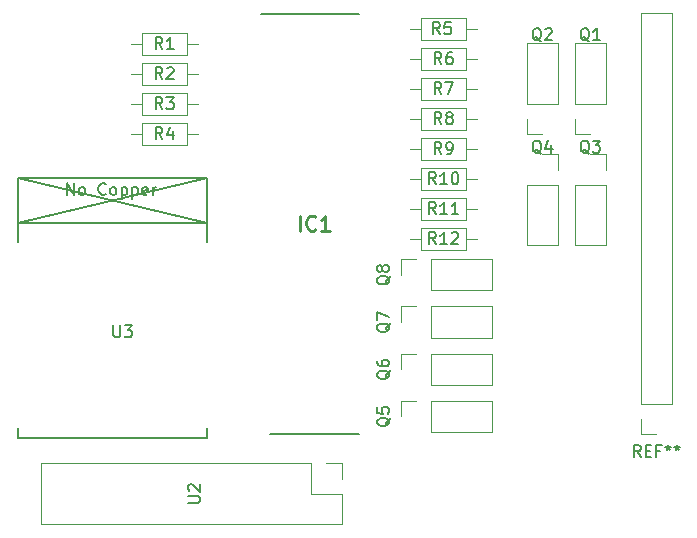
<source format=gbr>
%TF.GenerationSoftware,KiCad,Pcbnew,(5.1.6)-1*%
%TF.CreationDate,2020-12-09T17:23:27+01:00*%
%TF.ProjectId,ESP8266 w altanie,45535038-3236-4362-9077-20616c74616e,3*%
%TF.SameCoordinates,Original*%
%TF.FileFunction,Legend,Top*%
%TF.FilePolarity,Positive*%
%FSLAX46Y46*%
G04 Gerber Fmt 4.6, Leading zero omitted, Abs format (unit mm)*
G04 Created by KiCad (PCBNEW (5.1.6)-1) date 2020-12-09 17:23:27*
%MOMM*%
%LPD*%
G01*
G04 APERTURE LIST*
%ADD10C,0.152400*%
%ADD11C,0.120000*%
%ADD12C,0.200000*%
%ADD13C,0.150000*%
%ADD14C,0.254000*%
G04 APERTURE END LIST*
D10*
%TO.C,U3*%
X20836000Y-42582000D02*
X36836000Y-42582000D01*
X20844000Y-38782000D02*
X36844000Y-42582000D01*
X36844000Y-38782000D02*
X20844000Y-42582000D01*
X36844000Y-60782000D02*
X36844000Y-59982000D01*
X20844000Y-60782000D02*
X36844000Y-60782000D01*
X20844000Y-59982000D02*
X20844000Y-60782000D01*
X20844000Y-38782000D02*
X20844000Y-44182000D01*
X36844000Y-38782000D02*
X36844000Y-44182000D01*
X20844000Y-38782000D02*
X36844000Y-38782000D01*
D11*
%TO.C,U2*%
X48320000Y-62932000D02*
X48320000Y-64262000D01*
X45720000Y-65532000D02*
X48320000Y-65532000D01*
X46990000Y-62932000D02*
X48320000Y-62932000D01*
X48320000Y-65532000D02*
X48320000Y-68132000D01*
X45720000Y-62932000D02*
X22800000Y-62932000D01*
X45720000Y-62932000D02*
X45720000Y-65532000D01*
X48320000Y-68132000D02*
X22800000Y-68132000D01*
X22800000Y-62932000D02*
X22800000Y-68132000D01*
%TO.C,REF\u002A\u002A*%
X74930000Y-60512000D02*
X73600000Y-60512000D01*
X73600000Y-60512000D02*
X73600000Y-59182000D01*
X73600000Y-57912000D02*
X73600000Y-24832000D01*
X76260000Y-24832000D02*
X73600000Y-24832000D01*
X76260000Y-57912000D02*
X76260000Y-24832000D01*
X76260000Y-57912000D02*
X73600000Y-57912000D01*
%TO.C,R1*%
X30404000Y-27432000D02*
X31354000Y-27432000D01*
X36144000Y-27432000D02*
X35194000Y-27432000D01*
X31354000Y-28352000D02*
X35194000Y-28352000D01*
X31354000Y-26512000D02*
X31354000Y-28352000D01*
X35194000Y-26512000D02*
X31354000Y-26512000D01*
X35194000Y-28352000D02*
X35194000Y-26512000D01*
D12*
%TO.C,IC1*%
X41426000Y-24892000D02*
X49720000Y-24892000D01*
X42228000Y-60452000D02*
X49720000Y-60452000D01*
D11*
%TO.C,R4*%
X30404000Y-35052000D02*
X31354000Y-35052000D01*
X36144000Y-35052000D02*
X35194000Y-35052000D01*
X31354000Y-35972000D02*
X35194000Y-35972000D01*
X31354000Y-34132000D02*
X31354000Y-35972000D01*
X35194000Y-34132000D02*
X31354000Y-34132000D01*
X35194000Y-35972000D02*
X35194000Y-34132000D01*
%TO.C,R3*%
X30404000Y-32512000D02*
X31354000Y-32512000D01*
X36144000Y-32512000D02*
X35194000Y-32512000D01*
X31354000Y-33432000D02*
X35194000Y-33432000D01*
X31354000Y-31592000D02*
X31354000Y-33432000D01*
X35194000Y-31592000D02*
X31354000Y-31592000D01*
X35194000Y-33432000D02*
X35194000Y-31592000D01*
%TO.C,R2*%
X30404000Y-29972000D02*
X31354000Y-29972000D01*
X36144000Y-29972000D02*
X35194000Y-29972000D01*
X31354000Y-30892000D02*
X35194000Y-30892000D01*
X31354000Y-29052000D02*
X31354000Y-30892000D01*
X35194000Y-29052000D02*
X31354000Y-29052000D01*
X35194000Y-30892000D02*
X35194000Y-29052000D01*
%TO.C,Q1*%
X69342000Y-36770000D02*
X70672000Y-36770000D01*
X70672000Y-36770000D02*
X70672000Y-38100000D01*
X70672000Y-39370000D02*
X70672000Y-44510000D01*
X68012000Y-44510000D02*
X70672000Y-44510000D01*
X68012000Y-39370000D02*
X68012000Y-44510000D01*
X68012000Y-39370000D02*
X70672000Y-39370000D01*
%TO.C,Q3*%
X69342000Y-35112000D02*
X68012000Y-35112000D01*
X68012000Y-35112000D02*
X68012000Y-33782000D01*
X68012000Y-32512000D02*
X68012000Y-27372000D01*
X70672000Y-27372000D02*
X68012000Y-27372000D01*
X70672000Y-32512000D02*
X70672000Y-27372000D01*
X70672000Y-32512000D02*
X68012000Y-32512000D01*
%TO.C,Q4*%
X65278000Y-35112000D02*
X63948000Y-35112000D01*
X63948000Y-35112000D02*
X63948000Y-33782000D01*
X63948000Y-32512000D02*
X63948000Y-27372000D01*
X66608000Y-27372000D02*
X63948000Y-27372000D01*
X66608000Y-32512000D02*
X66608000Y-27372000D01*
X66608000Y-32512000D02*
X63948000Y-32512000D01*
%TO.C,Q2*%
X65278000Y-36770000D02*
X66608000Y-36770000D01*
X66608000Y-36770000D02*
X66608000Y-38100000D01*
X66608000Y-39370000D02*
X66608000Y-44510000D01*
X63948000Y-44510000D02*
X66608000Y-44510000D01*
X63948000Y-39370000D02*
X63948000Y-44510000D01*
X63948000Y-39370000D02*
X66608000Y-39370000D01*
%TO.C,Q5*%
X53280000Y-58990000D02*
X53280000Y-57660000D01*
X53280000Y-57660000D02*
X54610000Y-57660000D01*
X55880000Y-57660000D02*
X61020000Y-57660000D01*
X61020000Y-60320000D02*
X61020000Y-57660000D01*
X55880000Y-60320000D02*
X61020000Y-60320000D01*
X55880000Y-60320000D02*
X55880000Y-57660000D01*
%TO.C,Q6*%
X53280000Y-54990000D02*
X53280000Y-53660000D01*
X53280000Y-53660000D02*
X54610000Y-53660000D01*
X55880000Y-53660000D02*
X61020000Y-53660000D01*
X61020000Y-56320000D02*
X61020000Y-53660000D01*
X55880000Y-56320000D02*
X61020000Y-56320000D01*
X55880000Y-56320000D02*
X55880000Y-53660000D01*
%TO.C,Q7*%
X53280000Y-50990000D02*
X53280000Y-49660000D01*
X53280000Y-49660000D02*
X54610000Y-49660000D01*
X55880000Y-49660000D02*
X61020000Y-49660000D01*
X61020000Y-52320000D02*
X61020000Y-49660000D01*
X55880000Y-52320000D02*
X61020000Y-52320000D01*
X55880000Y-52320000D02*
X55880000Y-49660000D01*
%TO.C,R12*%
X59766000Y-43942000D02*
X58816000Y-43942000D01*
X54026000Y-43942000D02*
X54976000Y-43942000D01*
X58816000Y-43022000D02*
X54976000Y-43022000D01*
X58816000Y-44862000D02*
X58816000Y-43022000D01*
X54976000Y-44862000D02*
X58816000Y-44862000D01*
X54976000Y-43022000D02*
X54976000Y-44862000D01*
%TO.C,R11*%
X59766000Y-41402000D02*
X58816000Y-41402000D01*
X54026000Y-41402000D02*
X54976000Y-41402000D01*
X58816000Y-40482000D02*
X54976000Y-40482000D01*
X58816000Y-42322000D02*
X58816000Y-40482000D01*
X54976000Y-42322000D02*
X58816000Y-42322000D01*
X54976000Y-40482000D02*
X54976000Y-42322000D01*
%TO.C,R10*%
X59766000Y-38862000D02*
X58816000Y-38862000D01*
X54026000Y-38862000D02*
X54976000Y-38862000D01*
X58816000Y-37942000D02*
X54976000Y-37942000D01*
X58816000Y-39782000D02*
X58816000Y-37942000D01*
X54976000Y-39782000D02*
X58816000Y-39782000D01*
X54976000Y-37942000D02*
X54976000Y-39782000D01*
%TO.C,R9*%
X59766000Y-36322000D02*
X58816000Y-36322000D01*
X54026000Y-36322000D02*
X54976000Y-36322000D01*
X58816000Y-35402000D02*
X54976000Y-35402000D01*
X58816000Y-37242000D02*
X58816000Y-35402000D01*
X54976000Y-37242000D02*
X58816000Y-37242000D01*
X54976000Y-35402000D02*
X54976000Y-37242000D01*
%TO.C,R8*%
X59766000Y-33782000D02*
X58816000Y-33782000D01*
X54026000Y-33782000D02*
X54976000Y-33782000D01*
X58816000Y-32862000D02*
X54976000Y-32862000D01*
X58816000Y-34702000D02*
X58816000Y-32862000D01*
X54976000Y-34702000D02*
X58816000Y-34702000D01*
X54976000Y-32862000D02*
X54976000Y-34702000D01*
%TO.C,R7*%
X59766000Y-31242000D02*
X58816000Y-31242000D01*
X54026000Y-31242000D02*
X54976000Y-31242000D01*
X58816000Y-30322000D02*
X54976000Y-30322000D01*
X58816000Y-32162000D02*
X58816000Y-30322000D01*
X54976000Y-32162000D02*
X58816000Y-32162000D01*
X54976000Y-30322000D02*
X54976000Y-32162000D01*
%TO.C,R6*%
X59766000Y-28702000D02*
X58816000Y-28702000D01*
X54026000Y-28702000D02*
X54976000Y-28702000D01*
X58816000Y-27782000D02*
X54976000Y-27782000D01*
X58816000Y-29622000D02*
X58816000Y-27782000D01*
X54976000Y-29622000D02*
X58816000Y-29622000D01*
X54976000Y-27782000D02*
X54976000Y-29622000D01*
%TO.C,Q8*%
X53280000Y-46990000D02*
X53280000Y-45660000D01*
X53280000Y-45660000D02*
X54610000Y-45660000D01*
X55880000Y-45660000D02*
X61020000Y-45660000D01*
X61020000Y-48320000D02*
X61020000Y-45660000D01*
X55880000Y-48320000D02*
X61020000Y-48320000D01*
X55880000Y-48320000D02*
X55880000Y-45660000D01*
%TO.C,R5*%
X59766000Y-26162000D02*
X58816000Y-26162000D01*
X54026000Y-26162000D02*
X54976000Y-26162000D01*
X58816000Y-25242000D02*
X54976000Y-25242000D01*
X58816000Y-27082000D02*
X58816000Y-25242000D01*
X54976000Y-27082000D02*
X58816000Y-27082000D01*
X54976000Y-25242000D02*
X54976000Y-27082000D01*
%TO.C,U3*%
D13*
X28956095Y-51268380D02*
X28956095Y-52077904D01*
X29003714Y-52173142D01*
X29051333Y-52220761D01*
X29146571Y-52268380D01*
X29337047Y-52268380D01*
X29432285Y-52220761D01*
X29479904Y-52173142D01*
X29527523Y-52077904D01*
X29527523Y-51268380D01*
X29908476Y-51268380D02*
X30527523Y-51268380D01*
X30194190Y-51649333D01*
X30337047Y-51649333D01*
X30432285Y-51696952D01*
X30479904Y-51744571D01*
X30527523Y-51839809D01*
X30527523Y-52077904D01*
X30479904Y-52173142D01*
X30432285Y-52220761D01*
X30337047Y-52268380D01*
X30051333Y-52268380D01*
X29956095Y-52220761D01*
X29908476Y-52173142D01*
X25021714Y-40234380D02*
X25021714Y-39234380D01*
X25593142Y-40234380D01*
X25593142Y-39234380D01*
X26212190Y-40234380D02*
X26116952Y-40186761D01*
X26069333Y-40139142D01*
X26021714Y-40043904D01*
X26021714Y-39758190D01*
X26069333Y-39662952D01*
X26116952Y-39615333D01*
X26212190Y-39567714D01*
X26355047Y-39567714D01*
X26450285Y-39615333D01*
X26497904Y-39662952D01*
X26545523Y-39758190D01*
X26545523Y-40043904D01*
X26497904Y-40139142D01*
X26450285Y-40186761D01*
X26355047Y-40234380D01*
X26212190Y-40234380D01*
X28307428Y-40139142D02*
X28259809Y-40186761D01*
X28116952Y-40234380D01*
X28021714Y-40234380D01*
X27878857Y-40186761D01*
X27783619Y-40091523D01*
X27736000Y-39996285D01*
X27688380Y-39805809D01*
X27688380Y-39662952D01*
X27736000Y-39472476D01*
X27783619Y-39377238D01*
X27878857Y-39282000D01*
X28021714Y-39234380D01*
X28116952Y-39234380D01*
X28259809Y-39282000D01*
X28307428Y-39329619D01*
X28878857Y-40234380D02*
X28783619Y-40186761D01*
X28736000Y-40139142D01*
X28688380Y-40043904D01*
X28688380Y-39758190D01*
X28736000Y-39662952D01*
X28783619Y-39615333D01*
X28878857Y-39567714D01*
X29021714Y-39567714D01*
X29116952Y-39615333D01*
X29164571Y-39662952D01*
X29212190Y-39758190D01*
X29212190Y-40043904D01*
X29164571Y-40139142D01*
X29116952Y-40186761D01*
X29021714Y-40234380D01*
X28878857Y-40234380D01*
X29640761Y-39567714D02*
X29640761Y-40567714D01*
X29640761Y-39615333D02*
X29736000Y-39567714D01*
X29926476Y-39567714D01*
X30021714Y-39615333D01*
X30069333Y-39662952D01*
X30116952Y-39758190D01*
X30116952Y-40043904D01*
X30069333Y-40139142D01*
X30021714Y-40186761D01*
X29926476Y-40234380D01*
X29736000Y-40234380D01*
X29640761Y-40186761D01*
X30545523Y-39567714D02*
X30545523Y-40567714D01*
X30545523Y-39615333D02*
X30640761Y-39567714D01*
X30831238Y-39567714D01*
X30926476Y-39615333D01*
X30974095Y-39662952D01*
X31021714Y-39758190D01*
X31021714Y-40043904D01*
X30974095Y-40139142D01*
X30926476Y-40186761D01*
X30831238Y-40234380D01*
X30640761Y-40234380D01*
X30545523Y-40186761D01*
X31831238Y-40186761D02*
X31736000Y-40234380D01*
X31545523Y-40234380D01*
X31450285Y-40186761D01*
X31402666Y-40091523D01*
X31402666Y-39710571D01*
X31450285Y-39615333D01*
X31545523Y-39567714D01*
X31736000Y-39567714D01*
X31831238Y-39615333D01*
X31878857Y-39710571D01*
X31878857Y-39805809D01*
X31402666Y-39901047D01*
X32307428Y-40234380D02*
X32307428Y-39567714D01*
X32307428Y-39758190D02*
X32355047Y-39662952D01*
X32402666Y-39615333D01*
X32497904Y-39567714D01*
X32593142Y-39567714D01*
%TO.C,U2*%
X35266380Y-66293904D02*
X36075904Y-66293904D01*
X36171142Y-66246285D01*
X36218761Y-66198666D01*
X36266380Y-66103428D01*
X36266380Y-65912952D01*
X36218761Y-65817714D01*
X36171142Y-65770095D01*
X36075904Y-65722476D01*
X35266380Y-65722476D01*
X35361619Y-65293904D02*
X35314000Y-65246285D01*
X35266380Y-65151047D01*
X35266380Y-64912952D01*
X35314000Y-64817714D01*
X35361619Y-64770095D01*
X35456857Y-64722476D01*
X35552095Y-64722476D01*
X35694952Y-64770095D01*
X36266380Y-65341523D01*
X36266380Y-64722476D01*
%TO.C,REF\u002A\u002A*%
X73596666Y-62404380D02*
X73263333Y-61928190D01*
X73025238Y-62404380D02*
X73025238Y-61404380D01*
X73406190Y-61404380D01*
X73501428Y-61452000D01*
X73549047Y-61499619D01*
X73596666Y-61594857D01*
X73596666Y-61737714D01*
X73549047Y-61832952D01*
X73501428Y-61880571D01*
X73406190Y-61928190D01*
X73025238Y-61928190D01*
X74025238Y-61880571D02*
X74358571Y-61880571D01*
X74501428Y-62404380D02*
X74025238Y-62404380D01*
X74025238Y-61404380D01*
X74501428Y-61404380D01*
X75263333Y-61880571D02*
X74930000Y-61880571D01*
X74930000Y-62404380D02*
X74930000Y-61404380D01*
X75406190Y-61404380D01*
X75930000Y-61404380D02*
X75930000Y-61642476D01*
X75691904Y-61547238D02*
X75930000Y-61642476D01*
X76168095Y-61547238D01*
X75787142Y-61832952D02*
X75930000Y-61642476D01*
X76072857Y-61832952D01*
X76691904Y-61404380D02*
X76691904Y-61642476D01*
X76453809Y-61547238D02*
X76691904Y-61642476D01*
X76930000Y-61547238D01*
X76549047Y-61832952D02*
X76691904Y-61642476D01*
X76834761Y-61832952D01*
%TO.C,R1*%
X33107333Y-27884380D02*
X32774000Y-27408190D01*
X32535904Y-27884380D02*
X32535904Y-26884380D01*
X32916857Y-26884380D01*
X33012095Y-26932000D01*
X33059714Y-26979619D01*
X33107333Y-27074857D01*
X33107333Y-27217714D01*
X33059714Y-27312952D01*
X33012095Y-27360571D01*
X32916857Y-27408190D01*
X32535904Y-27408190D01*
X34059714Y-27884380D02*
X33488285Y-27884380D01*
X33774000Y-27884380D02*
X33774000Y-26884380D01*
X33678761Y-27027238D01*
X33583523Y-27122476D01*
X33488285Y-27170095D01*
%TO.C,IC1*%
D14*
X44734238Y-43246523D02*
X44734238Y-41976523D01*
X46064714Y-43125571D02*
X46004238Y-43186047D01*
X45822809Y-43246523D01*
X45701857Y-43246523D01*
X45520428Y-43186047D01*
X45399476Y-43065095D01*
X45339000Y-42944142D01*
X45278523Y-42702238D01*
X45278523Y-42520809D01*
X45339000Y-42278904D01*
X45399476Y-42157952D01*
X45520428Y-42037000D01*
X45701857Y-41976523D01*
X45822809Y-41976523D01*
X46004238Y-42037000D01*
X46064714Y-42097476D01*
X47274238Y-43246523D02*
X46548523Y-43246523D01*
X46911380Y-43246523D02*
X46911380Y-41976523D01*
X46790428Y-42157952D01*
X46669476Y-42278904D01*
X46548523Y-42339380D01*
%TO.C,R4*%
D13*
X33107333Y-35504380D02*
X32774000Y-35028190D01*
X32535904Y-35504380D02*
X32535904Y-34504380D01*
X32916857Y-34504380D01*
X33012095Y-34552000D01*
X33059714Y-34599619D01*
X33107333Y-34694857D01*
X33107333Y-34837714D01*
X33059714Y-34932952D01*
X33012095Y-34980571D01*
X32916857Y-35028190D01*
X32535904Y-35028190D01*
X33964476Y-34837714D02*
X33964476Y-35504380D01*
X33726380Y-34456761D02*
X33488285Y-35171047D01*
X34107333Y-35171047D01*
%TO.C,R3*%
X33107333Y-32964380D02*
X32774000Y-32488190D01*
X32535904Y-32964380D02*
X32535904Y-31964380D01*
X32916857Y-31964380D01*
X33012095Y-32012000D01*
X33059714Y-32059619D01*
X33107333Y-32154857D01*
X33107333Y-32297714D01*
X33059714Y-32392952D01*
X33012095Y-32440571D01*
X32916857Y-32488190D01*
X32535904Y-32488190D01*
X33440666Y-31964380D02*
X34059714Y-31964380D01*
X33726380Y-32345333D01*
X33869238Y-32345333D01*
X33964476Y-32392952D01*
X34012095Y-32440571D01*
X34059714Y-32535809D01*
X34059714Y-32773904D01*
X34012095Y-32869142D01*
X33964476Y-32916761D01*
X33869238Y-32964380D01*
X33583523Y-32964380D01*
X33488285Y-32916761D01*
X33440666Y-32869142D01*
%TO.C,R2*%
X33107333Y-30424380D02*
X32774000Y-29948190D01*
X32535904Y-30424380D02*
X32535904Y-29424380D01*
X32916857Y-29424380D01*
X33012095Y-29472000D01*
X33059714Y-29519619D01*
X33107333Y-29614857D01*
X33107333Y-29757714D01*
X33059714Y-29852952D01*
X33012095Y-29900571D01*
X32916857Y-29948190D01*
X32535904Y-29948190D01*
X33488285Y-29519619D02*
X33535904Y-29472000D01*
X33631142Y-29424380D01*
X33869238Y-29424380D01*
X33964476Y-29472000D01*
X34012095Y-29519619D01*
X34059714Y-29614857D01*
X34059714Y-29710095D01*
X34012095Y-29852952D01*
X33440666Y-30424380D01*
X34059714Y-30424380D01*
%TO.C,Q1*%
X69246761Y-27217619D02*
X69151523Y-27170000D01*
X69056285Y-27074761D01*
X68913428Y-26931904D01*
X68818190Y-26884285D01*
X68722952Y-26884285D01*
X68770571Y-27122380D02*
X68675333Y-27074761D01*
X68580095Y-26979523D01*
X68532476Y-26789047D01*
X68532476Y-26455714D01*
X68580095Y-26265238D01*
X68675333Y-26170000D01*
X68770571Y-26122380D01*
X68961047Y-26122380D01*
X69056285Y-26170000D01*
X69151523Y-26265238D01*
X69199142Y-26455714D01*
X69199142Y-26789047D01*
X69151523Y-26979523D01*
X69056285Y-27074761D01*
X68961047Y-27122380D01*
X68770571Y-27122380D01*
X70151523Y-27122380D02*
X69580095Y-27122380D01*
X69865809Y-27122380D02*
X69865809Y-26122380D01*
X69770571Y-26265238D01*
X69675333Y-26360476D01*
X69580095Y-26408095D01*
%TO.C,Q3*%
X69246761Y-36742619D02*
X69151523Y-36695000D01*
X69056285Y-36599761D01*
X68913428Y-36456904D01*
X68818190Y-36409285D01*
X68722952Y-36409285D01*
X68770571Y-36647380D02*
X68675333Y-36599761D01*
X68580095Y-36504523D01*
X68532476Y-36314047D01*
X68532476Y-35980714D01*
X68580095Y-35790238D01*
X68675333Y-35695000D01*
X68770571Y-35647380D01*
X68961047Y-35647380D01*
X69056285Y-35695000D01*
X69151523Y-35790238D01*
X69199142Y-35980714D01*
X69199142Y-36314047D01*
X69151523Y-36504523D01*
X69056285Y-36599761D01*
X68961047Y-36647380D01*
X68770571Y-36647380D01*
X69532476Y-35647380D02*
X70151523Y-35647380D01*
X69818190Y-36028333D01*
X69961047Y-36028333D01*
X70056285Y-36075952D01*
X70103904Y-36123571D01*
X70151523Y-36218809D01*
X70151523Y-36456904D01*
X70103904Y-36552142D01*
X70056285Y-36599761D01*
X69961047Y-36647380D01*
X69675333Y-36647380D01*
X69580095Y-36599761D01*
X69532476Y-36552142D01*
%TO.C,Q4*%
X65182761Y-36742619D02*
X65087523Y-36695000D01*
X64992285Y-36599761D01*
X64849428Y-36456904D01*
X64754190Y-36409285D01*
X64658952Y-36409285D01*
X64706571Y-36647380D02*
X64611333Y-36599761D01*
X64516095Y-36504523D01*
X64468476Y-36314047D01*
X64468476Y-35980714D01*
X64516095Y-35790238D01*
X64611333Y-35695000D01*
X64706571Y-35647380D01*
X64897047Y-35647380D01*
X64992285Y-35695000D01*
X65087523Y-35790238D01*
X65135142Y-35980714D01*
X65135142Y-36314047D01*
X65087523Y-36504523D01*
X64992285Y-36599761D01*
X64897047Y-36647380D01*
X64706571Y-36647380D01*
X65992285Y-35980714D02*
X65992285Y-36647380D01*
X65754190Y-35599761D02*
X65516095Y-36314047D01*
X66135142Y-36314047D01*
%TO.C,Q2*%
X65182761Y-27217619D02*
X65087523Y-27170000D01*
X64992285Y-27074761D01*
X64849428Y-26931904D01*
X64754190Y-26884285D01*
X64658952Y-26884285D01*
X64706571Y-27122380D02*
X64611333Y-27074761D01*
X64516095Y-26979523D01*
X64468476Y-26789047D01*
X64468476Y-26455714D01*
X64516095Y-26265238D01*
X64611333Y-26170000D01*
X64706571Y-26122380D01*
X64897047Y-26122380D01*
X64992285Y-26170000D01*
X65087523Y-26265238D01*
X65135142Y-26455714D01*
X65135142Y-26789047D01*
X65087523Y-26979523D01*
X64992285Y-27074761D01*
X64897047Y-27122380D01*
X64706571Y-27122380D01*
X65516095Y-26217619D02*
X65563714Y-26170000D01*
X65658952Y-26122380D01*
X65897047Y-26122380D01*
X65992285Y-26170000D01*
X66039904Y-26217619D01*
X66087523Y-26312857D01*
X66087523Y-26408095D01*
X66039904Y-26550952D01*
X65468476Y-27122380D01*
X66087523Y-27122380D01*
%TO.C,Q5*%
X52387619Y-59085238D02*
X52340000Y-59180476D01*
X52244761Y-59275714D01*
X52101904Y-59418571D01*
X52054285Y-59513809D01*
X52054285Y-59609047D01*
X52292380Y-59561428D02*
X52244761Y-59656666D01*
X52149523Y-59751904D01*
X51959047Y-59799523D01*
X51625714Y-59799523D01*
X51435238Y-59751904D01*
X51340000Y-59656666D01*
X51292380Y-59561428D01*
X51292380Y-59370952D01*
X51340000Y-59275714D01*
X51435238Y-59180476D01*
X51625714Y-59132857D01*
X51959047Y-59132857D01*
X52149523Y-59180476D01*
X52244761Y-59275714D01*
X52292380Y-59370952D01*
X52292380Y-59561428D01*
X51292380Y-58228095D02*
X51292380Y-58704285D01*
X51768571Y-58751904D01*
X51720952Y-58704285D01*
X51673333Y-58609047D01*
X51673333Y-58370952D01*
X51720952Y-58275714D01*
X51768571Y-58228095D01*
X51863809Y-58180476D01*
X52101904Y-58180476D01*
X52197142Y-58228095D01*
X52244761Y-58275714D01*
X52292380Y-58370952D01*
X52292380Y-58609047D01*
X52244761Y-58704285D01*
X52197142Y-58751904D01*
%TO.C,Q6*%
X52387619Y-55085238D02*
X52340000Y-55180476D01*
X52244761Y-55275714D01*
X52101904Y-55418571D01*
X52054285Y-55513809D01*
X52054285Y-55609047D01*
X52292380Y-55561428D02*
X52244761Y-55656666D01*
X52149523Y-55751904D01*
X51959047Y-55799523D01*
X51625714Y-55799523D01*
X51435238Y-55751904D01*
X51340000Y-55656666D01*
X51292380Y-55561428D01*
X51292380Y-55370952D01*
X51340000Y-55275714D01*
X51435238Y-55180476D01*
X51625714Y-55132857D01*
X51959047Y-55132857D01*
X52149523Y-55180476D01*
X52244761Y-55275714D01*
X52292380Y-55370952D01*
X52292380Y-55561428D01*
X51292380Y-54275714D02*
X51292380Y-54466190D01*
X51340000Y-54561428D01*
X51387619Y-54609047D01*
X51530476Y-54704285D01*
X51720952Y-54751904D01*
X52101904Y-54751904D01*
X52197142Y-54704285D01*
X52244761Y-54656666D01*
X52292380Y-54561428D01*
X52292380Y-54370952D01*
X52244761Y-54275714D01*
X52197142Y-54228095D01*
X52101904Y-54180476D01*
X51863809Y-54180476D01*
X51768571Y-54228095D01*
X51720952Y-54275714D01*
X51673333Y-54370952D01*
X51673333Y-54561428D01*
X51720952Y-54656666D01*
X51768571Y-54704285D01*
X51863809Y-54751904D01*
%TO.C,Q7*%
X52387619Y-51085238D02*
X52340000Y-51180476D01*
X52244761Y-51275714D01*
X52101904Y-51418571D01*
X52054285Y-51513809D01*
X52054285Y-51609047D01*
X52292380Y-51561428D02*
X52244761Y-51656666D01*
X52149523Y-51751904D01*
X51959047Y-51799523D01*
X51625714Y-51799523D01*
X51435238Y-51751904D01*
X51340000Y-51656666D01*
X51292380Y-51561428D01*
X51292380Y-51370952D01*
X51340000Y-51275714D01*
X51435238Y-51180476D01*
X51625714Y-51132857D01*
X51959047Y-51132857D01*
X52149523Y-51180476D01*
X52244761Y-51275714D01*
X52292380Y-51370952D01*
X52292380Y-51561428D01*
X51292380Y-50799523D02*
X51292380Y-50132857D01*
X52292380Y-50561428D01*
%TO.C,R12*%
X56253142Y-44394380D02*
X55919809Y-43918190D01*
X55681714Y-44394380D02*
X55681714Y-43394380D01*
X56062666Y-43394380D01*
X56157904Y-43442000D01*
X56205523Y-43489619D01*
X56253142Y-43584857D01*
X56253142Y-43727714D01*
X56205523Y-43822952D01*
X56157904Y-43870571D01*
X56062666Y-43918190D01*
X55681714Y-43918190D01*
X57205523Y-44394380D02*
X56634095Y-44394380D01*
X56919809Y-44394380D02*
X56919809Y-43394380D01*
X56824571Y-43537238D01*
X56729333Y-43632476D01*
X56634095Y-43680095D01*
X57586476Y-43489619D02*
X57634095Y-43442000D01*
X57729333Y-43394380D01*
X57967428Y-43394380D01*
X58062666Y-43442000D01*
X58110285Y-43489619D01*
X58157904Y-43584857D01*
X58157904Y-43680095D01*
X58110285Y-43822952D01*
X57538857Y-44394380D01*
X58157904Y-44394380D01*
%TO.C,R11*%
X56253142Y-41854380D02*
X55919809Y-41378190D01*
X55681714Y-41854380D02*
X55681714Y-40854380D01*
X56062666Y-40854380D01*
X56157904Y-40902000D01*
X56205523Y-40949619D01*
X56253142Y-41044857D01*
X56253142Y-41187714D01*
X56205523Y-41282952D01*
X56157904Y-41330571D01*
X56062666Y-41378190D01*
X55681714Y-41378190D01*
X57205523Y-41854380D02*
X56634095Y-41854380D01*
X56919809Y-41854380D02*
X56919809Y-40854380D01*
X56824571Y-40997238D01*
X56729333Y-41092476D01*
X56634095Y-41140095D01*
X58157904Y-41854380D02*
X57586476Y-41854380D01*
X57872190Y-41854380D02*
X57872190Y-40854380D01*
X57776952Y-40997238D01*
X57681714Y-41092476D01*
X57586476Y-41140095D01*
%TO.C,R10*%
X56253142Y-39314380D02*
X55919809Y-38838190D01*
X55681714Y-39314380D02*
X55681714Y-38314380D01*
X56062666Y-38314380D01*
X56157904Y-38362000D01*
X56205523Y-38409619D01*
X56253142Y-38504857D01*
X56253142Y-38647714D01*
X56205523Y-38742952D01*
X56157904Y-38790571D01*
X56062666Y-38838190D01*
X55681714Y-38838190D01*
X57205523Y-39314380D02*
X56634095Y-39314380D01*
X56919809Y-39314380D02*
X56919809Y-38314380D01*
X56824571Y-38457238D01*
X56729333Y-38552476D01*
X56634095Y-38600095D01*
X57824571Y-38314380D02*
X57919809Y-38314380D01*
X58015047Y-38362000D01*
X58062666Y-38409619D01*
X58110285Y-38504857D01*
X58157904Y-38695333D01*
X58157904Y-38933428D01*
X58110285Y-39123904D01*
X58062666Y-39219142D01*
X58015047Y-39266761D01*
X57919809Y-39314380D01*
X57824571Y-39314380D01*
X57729333Y-39266761D01*
X57681714Y-39219142D01*
X57634095Y-39123904D01*
X57586476Y-38933428D01*
X57586476Y-38695333D01*
X57634095Y-38504857D01*
X57681714Y-38409619D01*
X57729333Y-38362000D01*
X57824571Y-38314380D01*
%TO.C,R9*%
X56729333Y-36774380D02*
X56396000Y-36298190D01*
X56157904Y-36774380D02*
X56157904Y-35774380D01*
X56538857Y-35774380D01*
X56634095Y-35822000D01*
X56681714Y-35869619D01*
X56729333Y-35964857D01*
X56729333Y-36107714D01*
X56681714Y-36202952D01*
X56634095Y-36250571D01*
X56538857Y-36298190D01*
X56157904Y-36298190D01*
X57205523Y-36774380D02*
X57396000Y-36774380D01*
X57491238Y-36726761D01*
X57538857Y-36679142D01*
X57634095Y-36536285D01*
X57681714Y-36345809D01*
X57681714Y-35964857D01*
X57634095Y-35869619D01*
X57586476Y-35822000D01*
X57491238Y-35774380D01*
X57300761Y-35774380D01*
X57205523Y-35822000D01*
X57157904Y-35869619D01*
X57110285Y-35964857D01*
X57110285Y-36202952D01*
X57157904Y-36298190D01*
X57205523Y-36345809D01*
X57300761Y-36393428D01*
X57491238Y-36393428D01*
X57586476Y-36345809D01*
X57634095Y-36298190D01*
X57681714Y-36202952D01*
%TO.C,R8*%
X56729333Y-34234380D02*
X56396000Y-33758190D01*
X56157904Y-34234380D02*
X56157904Y-33234380D01*
X56538857Y-33234380D01*
X56634095Y-33282000D01*
X56681714Y-33329619D01*
X56729333Y-33424857D01*
X56729333Y-33567714D01*
X56681714Y-33662952D01*
X56634095Y-33710571D01*
X56538857Y-33758190D01*
X56157904Y-33758190D01*
X57300761Y-33662952D02*
X57205523Y-33615333D01*
X57157904Y-33567714D01*
X57110285Y-33472476D01*
X57110285Y-33424857D01*
X57157904Y-33329619D01*
X57205523Y-33282000D01*
X57300761Y-33234380D01*
X57491238Y-33234380D01*
X57586476Y-33282000D01*
X57634095Y-33329619D01*
X57681714Y-33424857D01*
X57681714Y-33472476D01*
X57634095Y-33567714D01*
X57586476Y-33615333D01*
X57491238Y-33662952D01*
X57300761Y-33662952D01*
X57205523Y-33710571D01*
X57157904Y-33758190D01*
X57110285Y-33853428D01*
X57110285Y-34043904D01*
X57157904Y-34139142D01*
X57205523Y-34186761D01*
X57300761Y-34234380D01*
X57491238Y-34234380D01*
X57586476Y-34186761D01*
X57634095Y-34139142D01*
X57681714Y-34043904D01*
X57681714Y-33853428D01*
X57634095Y-33758190D01*
X57586476Y-33710571D01*
X57491238Y-33662952D01*
%TO.C,R7*%
X56729333Y-31694380D02*
X56396000Y-31218190D01*
X56157904Y-31694380D02*
X56157904Y-30694380D01*
X56538857Y-30694380D01*
X56634095Y-30742000D01*
X56681714Y-30789619D01*
X56729333Y-30884857D01*
X56729333Y-31027714D01*
X56681714Y-31122952D01*
X56634095Y-31170571D01*
X56538857Y-31218190D01*
X56157904Y-31218190D01*
X57062666Y-30694380D02*
X57729333Y-30694380D01*
X57300761Y-31694380D01*
%TO.C,R6*%
X56729333Y-29154380D02*
X56396000Y-28678190D01*
X56157904Y-29154380D02*
X56157904Y-28154380D01*
X56538857Y-28154380D01*
X56634095Y-28202000D01*
X56681714Y-28249619D01*
X56729333Y-28344857D01*
X56729333Y-28487714D01*
X56681714Y-28582952D01*
X56634095Y-28630571D01*
X56538857Y-28678190D01*
X56157904Y-28678190D01*
X57586476Y-28154380D02*
X57396000Y-28154380D01*
X57300761Y-28202000D01*
X57253142Y-28249619D01*
X57157904Y-28392476D01*
X57110285Y-28582952D01*
X57110285Y-28963904D01*
X57157904Y-29059142D01*
X57205523Y-29106761D01*
X57300761Y-29154380D01*
X57491238Y-29154380D01*
X57586476Y-29106761D01*
X57634095Y-29059142D01*
X57681714Y-28963904D01*
X57681714Y-28725809D01*
X57634095Y-28630571D01*
X57586476Y-28582952D01*
X57491238Y-28535333D01*
X57300761Y-28535333D01*
X57205523Y-28582952D01*
X57157904Y-28630571D01*
X57110285Y-28725809D01*
%TO.C,Q8*%
X52387619Y-47085238D02*
X52340000Y-47180476D01*
X52244761Y-47275714D01*
X52101904Y-47418571D01*
X52054285Y-47513809D01*
X52054285Y-47609047D01*
X52292380Y-47561428D02*
X52244761Y-47656666D01*
X52149523Y-47751904D01*
X51959047Y-47799523D01*
X51625714Y-47799523D01*
X51435238Y-47751904D01*
X51340000Y-47656666D01*
X51292380Y-47561428D01*
X51292380Y-47370952D01*
X51340000Y-47275714D01*
X51435238Y-47180476D01*
X51625714Y-47132857D01*
X51959047Y-47132857D01*
X52149523Y-47180476D01*
X52244761Y-47275714D01*
X52292380Y-47370952D01*
X52292380Y-47561428D01*
X51720952Y-46561428D02*
X51673333Y-46656666D01*
X51625714Y-46704285D01*
X51530476Y-46751904D01*
X51482857Y-46751904D01*
X51387619Y-46704285D01*
X51340000Y-46656666D01*
X51292380Y-46561428D01*
X51292380Y-46370952D01*
X51340000Y-46275714D01*
X51387619Y-46228095D01*
X51482857Y-46180476D01*
X51530476Y-46180476D01*
X51625714Y-46228095D01*
X51673333Y-46275714D01*
X51720952Y-46370952D01*
X51720952Y-46561428D01*
X51768571Y-46656666D01*
X51816190Y-46704285D01*
X51911428Y-46751904D01*
X52101904Y-46751904D01*
X52197142Y-46704285D01*
X52244761Y-46656666D01*
X52292380Y-46561428D01*
X52292380Y-46370952D01*
X52244761Y-46275714D01*
X52197142Y-46228095D01*
X52101904Y-46180476D01*
X51911428Y-46180476D01*
X51816190Y-46228095D01*
X51768571Y-46275714D01*
X51720952Y-46370952D01*
%TO.C,R5*%
X56602333Y-26614380D02*
X56269000Y-26138190D01*
X56030904Y-26614380D02*
X56030904Y-25614380D01*
X56411857Y-25614380D01*
X56507095Y-25662000D01*
X56554714Y-25709619D01*
X56602333Y-25804857D01*
X56602333Y-25947714D01*
X56554714Y-26042952D01*
X56507095Y-26090571D01*
X56411857Y-26138190D01*
X56030904Y-26138190D01*
X57507095Y-25614380D02*
X57030904Y-25614380D01*
X56983285Y-26090571D01*
X57030904Y-26042952D01*
X57126142Y-25995333D01*
X57364238Y-25995333D01*
X57459476Y-26042952D01*
X57507095Y-26090571D01*
X57554714Y-26185809D01*
X57554714Y-26423904D01*
X57507095Y-26519142D01*
X57459476Y-26566761D01*
X57364238Y-26614380D01*
X57126142Y-26614380D01*
X57030904Y-26566761D01*
X56983285Y-26519142D01*
%TD*%
M02*

</source>
